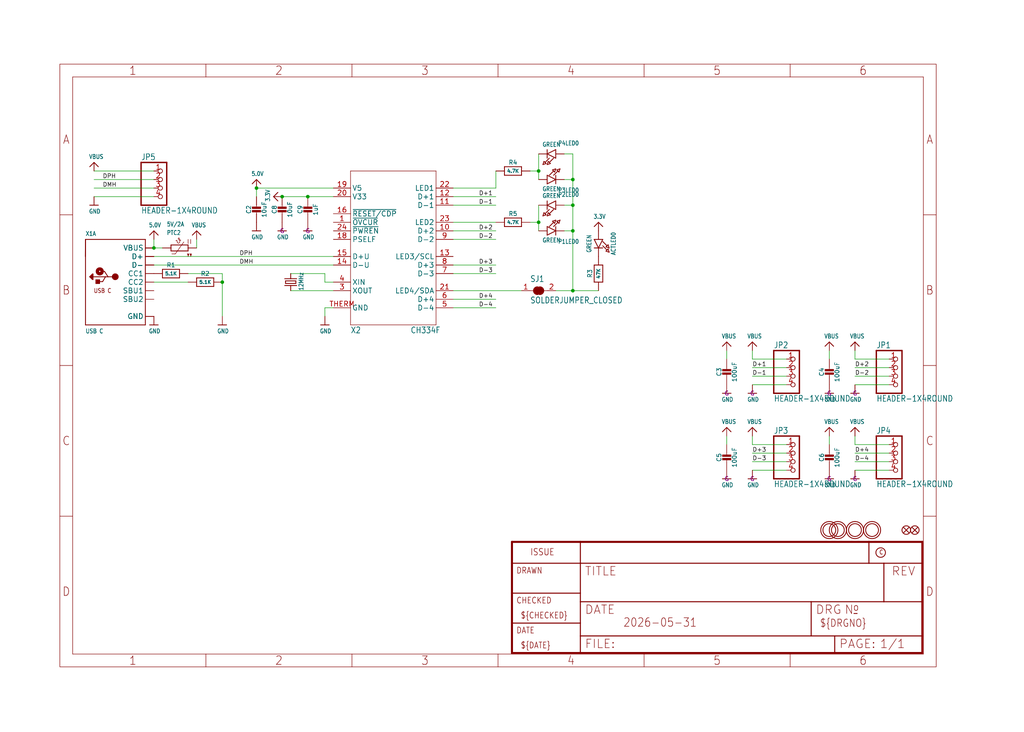
<source format=kicad_sch>
(kicad_sch (version 20250114) (generator "eeschema") (generator_version "9.0")
  (paper "User" 304.216 217.526)
  (lib_symbols
    (symbol "Adafruit CH334F Mini 4-Port USB Hub Breakout-eagle-import:3.3V" (power)
      (symbol "3.3V_1_0"
        (polyline (pts (xy -1.27 -1.27) (xy 0 0)) (stroke (width 0.254)))
        (polyline (pts (xy 0 0) (xy 1.27 -1.27)) (stroke (width 0.254)))
        (pin power_in line (at 0 -2.54 90) (length 2.54) (name "3.3V") (number "1"))
      )
    )
    (symbol "Adafruit CH334F Mini 4-Port USB Hub Breakout-eagle-import:5.0V" (power)
      (symbol "5.0V_1_0"
        (polyline (pts (xy -1.27 -1.27) (xy 0 0)) (stroke (width 0.254)))
        (polyline (pts (xy 0 0) (xy 1.27 -1.27)) (stroke (width 0.254)))
        (pin power_in line (at 0 -2.54 90) (length 2.54) (name "5.0V") (number "1"))
      )
    )
    (symbol "Adafruit CH334F Mini 4-Port USB Hub Breakout-eagle-import:CAP_CERAMIC0603_NO"
      (property "Reference" "C" (at -2.29 1.25 90))
      (symbol "CAP_CERAMIC0603_NO_1_0"
        (rectangle (start -1.27 1.524) (end 1.27 2.032) (fill (type outline)))
        (rectangle (start -1.27 0.508) (end 1.27 1.016) (fill (type outline)))
        (polyline (pts (xy 0 2.54) (xy 0 1.778)) (stroke (width 0.1524)))
        (polyline (pts (xy 0 0.762) (xy 0 0)) (stroke (width 0.1524)))
        (pin passive line (at 0 5.08 270) (length 2.54) (name "1") (number "1"))
        (pin passive line (at 0 -2.54 90) (length 2.54) (name "2") (number "2"))
      )
    )
    (symbol "Adafruit CH334F Mini 4-Port USB Hub Breakout-eagle-import:CAP_CERAMIC0805-NOOUTLINE"
      (property "Reference" "C" (at -2.29 1.25 90))
      (symbol "CAP_CERAMIC0805-NOOUTLINE_1_0"
        (rectangle (start -1.27 1.524) (end 1.27 2.032) (fill (type outline)))
        (rectangle (start -1.27 0.508) (end 1.27 1.016) (fill (type outline)))
        (polyline (pts (xy 0 2.54) (xy 0 1.778)) (stroke (width 0.1524)))
        (polyline (pts (xy 0 0.762) (xy 0 0)) (stroke (width 0.1524)))
        (pin passive line (at 0 5.08 270) (length 2.54) (name "1") (number "1"))
        (pin passive line (at 0 -2.54 90) (length 2.54) (name "2") (number "2"))
      )
    )
    (symbol "Adafruit CH334F Mini 4-Port USB Hub Breakout-eagle-import:CAP_CERAMIC_1206"
      (property "Reference" "C" (at -2.29 1.25 90))
      (symbol "CAP_CERAMIC_1206_1_0"
        (rectangle (start -1.27 1.524) (end 1.27 2.032) (fill (type outline)))
        (rectangle (start -1.27 0.508) (end 1.27 1.016) (fill (type outline)))
        (polyline (pts (xy 0 2.54) (xy 0 1.778)) (stroke (width 0.1524)))
        (polyline (pts (xy 0 0.762) (xy 0 0)) (stroke (width 0.1524)))
        (pin passive line (at 0 5.08 270) (length 2.54) (name "1") (number "1"))
        (pin passive line (at 0 -2.54 90) (length 2.54) (name "2") (number "2"))
      )
    )
    (symbol "Adafruit CH334F Mini 4-Port USB Hub Breakout-eagle-import:CH334F"
      (property "Reference" "X" (at -12.7 -25.4 0))
      (symbol "CH334F_1_0"
        (polyline (pts (xy -12.7 22.86) (xy -12.7 -22.86)) (stroke (width 0.1524)))
        (polyline (pts (xy -12.7 -22.86) (xy 12.7 -22.86)) (stroke (width 0.1524)))
        (polyline (pts (xy 12.7 22.86) (xy -12.7 22.86)) (stroke (width 0.1524)))
        (polyline (pts (xy 12.7 -22.86) (xy 12.7 22.86)) (stroke (width 0.1524)))
        (pin power_in line (at -17.78 17.78 0) (length 5.08) (name "V5") (number "19"))
        (pin power_in line (at -17.78 15.24 0) (length 5.08) (name "V33") (number "20"))
        (pin input line (at -17.78 10.16 0) (length 5.08) (name "~{RESET/CDP}") (number "16"))
        (pin input line (at -17.78 7.62 0) (length 5.08) (name "~{OVCUR}") (number "1"))
        (pin output line (at -17.78 5.08 0) (length 5.08) (name "~{PWREN}") (number "24"))
        (pin input line (at -17.78 2.54 0) (length 5.08) (name "PSELF") (number "18"))
        (pin bidirectional line (at -17.78 -2.54 0) (length 5.08) (name "D+U") (number "15"))
        (pin bidirectional line (at -17.78 -5.08 0) (length 5.08) (name "D-U") (number "14"))
        (pin input line (at -17.78 -10.16 0) (length 5.08) (name "XIN") (number "4"))
        (pin output line (at -17.78 -12.7 0) (length 5.08) (name "XOUT") (number "3"))
        (pin power_in line (at -17.78 -17.78 0) (length 5.08) (name "GND") (number "THERM"))
        (pin bidirectional line (at 17.78 17.78 180) (length 5.08) (name "LED1") (number "22"))
        (pin bidirectional line (at 17.78 15.24 180) (length 5.08) (name "D+1") (number "12"))
        (pin bidirectional line (at 17.78 12.7 180) (length 5.08) (name "D-1") (number "11"))
        (pin bidirectional line (at 17.78 7.62 180) (length 5.08) (name "LED2") (number "23"))
        (pin bidirectional line (at 17.78 5.08 180) (length 5.08) (name "D+2") (number "10"))
        (pin bidirectional line (at 17.78 2.54 180) (length 5.08) (name "D-2") (number "9"))
        (pin bidirectional line (at 17.78 -2.54 180) (length 5.08) (name "LED3/SCL") (number "13"))
        (pin bidirectional line (at 17.78 -5.08 180) (length 5.08) (name "D+3") (number "8"))
        (pin bidirectional line (at 17.78 -7.62 180) (length 5.08) (name "D-3") (number "7"))
        (pin bidirectional line (at 17.78 -12.7 180) (length 5.08) (name "LED4/SDA") (number "21"))
        (pin bidirectional line (at 17.78 -15.24 180) (length 5.08) (name "D+4") (number "6"))
        (pin bidirectional line (at 17.78 -17.78 180) (length 5.08) (name "D-4") (number "5"))
      )
    )
    (symbol "Adafruit CH334F Mini 4-Port USB Hub Breakout-eagle-import:CRYSTAL2.5X2.0"
      (property "Reference" "Y" (at -2.54 2.54 0))
      (symbol "CRYSTAL2.5X2.0_1_0"
        (polyline (pts (xy -2.54 0) (xy -1.016 0)) (stroke (width 0.254)))
        (polyline (pts (xy -1.016 1.778) (xy -1.016 0)) (stroke (width 0.254)))
        (polyline (pts (xy -1.016 0) (xy -1.016 -1.778)) (stroke (width 0.254)))
        (polyline (pts (xy -0.381 1.524) (xy -0.381 -1.524)) (stroke (width 0.254)))
        (polyline (pts (xy -0.381 -1.524) (xy 0.381 -1.524)) (stroke (width 0.254)))
        (polyline (pts (xy 0.381 1.524) (xy -0.381 1.524)) (stroke (width 0.254)))
        (polyline (pts (xy 0.381 -1.524) (xy 0.381 1.524)) (stroke (width 0.254)))
        (polyline (pts (xy 1.016 1.778) (xy 1.016 0)) (stroke (width 0.254)))
        (polyline (pts (xy 1.016 0) (xy 1.016 -1.778)) (stroke (width 0.254)))
        (polyline (pts (xy 2.54 0) (xy 1.016 0)) (stroke (width 0.254)))
        (pin passive line (at -2.54 0 0) (length 0) (name "1") (number "1"))
        (pin passive line (at 2.54 0 180) (length 0) (name "2") (number "3"))
      )
    )
    (symbol "Adafruit CH334F Mini 4-Port USB Hub Breakout-eagle-import:FIDUCIAL_0.5MM"
      (symbol "FIDUCIAL_0.5MM_1_0"
        (polyline (pts (xy -0.762 0.762) (xy 0.762 -0.762)) (stroke (width 0.254)))
        (circle (center 0 0) (radius 1.27) (stroke (width 0.254)))
        (polyline (pts (xy 0.762 0.762) (xy -0.762 -0.762)) (stroke (width 0.254)))
      )
    )
    (symbol "Adafruit CH334F Mini 4-Port USB Hub Breakout-eagle-import:FRAME_A4"
      (symbol "FRAME_A4_1_0"
        (polyline (pts (xy 0 179.07) (xy 260.35 179.07) (xy 260.35 0) (xy 0 0) (xy 0 179.07)))
        (polyline (pts (xy 0 134.3025) (xy 3.81 134.3025)))
        (polyline (pts (xy 0 89.535) (xy 3.81 89.535)))
        (polyline (pts (xy 0 44.7675) (xy 3.81 44.7675)))
        (polyline (pts (xy 3.81 175.26) (xy 3.81 3.81)))
        (polyline (pts (xy 43.3917 179.07) (xy 43.3917 175.26)))
        (polyline (pts (xy 43.3917 3.81) (xy 43.3917 0)))
        (polyline (pts (xy 86.7833 179.07) (xy 86.7833 175.26)))
        (polyline (pts (xy 86.7833 3.81) (xy 86.7833 0)))
        (polyline (pts (xy 130.175 179.07) (xy 130.175 175.26)))
        (polyline (pts (xy 130.175 3.81) (xy 130.175 0)))
        (polyline (pts (xy 173.5667 179.07) (xy 173.5667 175.26)))
        (polyline (pts (xy 173.5667 3.81) (xy 173.5667 0)))
        (polyline (pts (xy 216.9583 179.07) (xy 216.9583 175.26)))
        (polyline (pts (xy 216.9583 3.81) (xy 216.9583 0)))
        (polyline (pts (xy 256.54 175.26) (xy 3.81 175.26)))
        (polyline (pts (xy 256.54 175.26) (xy 256.54 3.81)))
        (polyline (pts (xy 256.54 134.3025) (xy 260.35 134.3025)))
        (polyline (pts (xy 256.54 89.535) (xy 260.35 89.535)))
        (polyline (pts (xy 256.54 44.7675) (xy 260.35 44.7675)))
        (polyline (pts (xy 256.54 19.05) (xy 256.54 36.83)) (stroke (width 0.1016)))
        (polyline (pts (xy 256.54 13.97) (xy 256.54 19.05)) (stroke (width 0.1016)))
        (polyline (pts (xy 256.54 8.89) (xy 256.54 13.97)) (stroke (width 0.1016)))
        (polyline (pts (xy 256.54 3.81) (xy 3.81 3.81)))
        (polyline (pts (xy 256.54 3.81) (xy 256.54 8.89)) (stroke (width 0.1016)))
        (text "A" (at 1.905 156.6863 0) (effects (font (size 2.54 2.286))))
        (text "B" (at 1.905 111.9188 0) (effects (font (size 2.54 2.286))))
        (text "C" (at 1.905 67.1513 0) (effects (font (size 2.54 2.286))))
        (text "D" (at 1.905 22.3838 0) (effects (font (size 2.54 2.286))))
        (text "1" (at 21.6958 177.165 0) (effects (font (size 2.54 2.286))))
        (text "1" (at 21.6958 1.905 0) (effects (font (size 2.54 2.286))))
        (text "2" (at 65.0875 177.165 0) (effects (font (size 2.54 2.286))))
        (text "2" (at 65.0875 1.905 0) (effects (font (size 2.54 2.286))))
        (text "3" (at 108.4792 177.165 0) (effects (font (size 2.54 2.286))))
        (text "3" (at 108.4792 1.905 0) (effects (font (size 2.54 2.286))))
        (text "4" (at 151.8708 177.165 0) (effects (font (size 2.54 2.286))))
        (text "4" (at 151.8708 1.905 0) (effects (font (size 2.54 2.286))))
        (text "5" (at 195.2625 177.165 0) (effects (font (size 2.54 2.286))))
        (text "5" (at 195.2625 1.905 0) (effects (font (size 2.54 2.286))))
        (text "6" (at 238.6542 177.165 0) (effects (font (size 2.54 2.286))))
        (text "6" (at 238.6542 1.905 0) (effects (font (size 2.54 2.286))))
        (text "A" (at 258.445 156.6863 0) (effects (font (size 2.54 2.286))))
        (text "B" (at 258.445 111.9188 0) (effects (font (size 2.54 2.286))))
        (text "C" (at 258.445 67.1513 0) (effects (font (size 2.54 2.286))))
        (text "D" (at 258.445 22.3838 0) (effects (font (size 2.54 2.286))))
      )
      (symbol "FRAME_A4_2_0"
        (polyline (pts (xy -0.3048 34.5948) (xy -0.3048 28.2448)) (stroke (width 0.6096)))
        (polyline (pts (xy -0.3048 28.2448) (xy -0.3048 19.3548)) (stroke (width 0.6096)))
        (polyline (pts (xy -0.3048 28.2448) (xy 20.0152 28.2448)) (stroke (width 0.3048)))
        (polyline (pts (xy -0.3048 19.3548) (xy -0.3048 10.4648)) (stroke (width 0.6096)))
        (polyline (pts (xy -0.3048 19.3548) (xy 20.0152 19.3548)) (stroke (width 0.3048)))
        (polyline (pts (xy -0.3048 10.4648) (xy -0.3048 1.5748)) (stroke (width 0.6096)))
        (polyline (pts (xy -0.3048 10.4648) (xy 20.0152 10.4648)) (stroke (width 0.3048)))
        (polyline (pts (xy -0.3048 1.5748) (xy 20.0152 1.5748)) (stroke (width 0.6096)))
        (polyline (pts (xy 20.0152 34.5948) (xy -0.3048 34.5948)) (stroke (width 0.6096)))
        (polyline (pts (xy 20.0152 28.2448) (xy 20.0152 34.5948)) (stroke (width 0.3048)))
        (polyline (pts (xy 20.0152 28.2448) (xy 105.7402 28.2448)) (stroke (width 0.3048)))
        (polyline (pts (xy 20.0152 19.3548) (xy 20.0152 28.2448)) (stroke (width 0.3048)))
        (polyline (pts (xy 20.0152 16.8148) (xy 20.0152 19.3548)) (stroke (width 0.3048)))
        (polyline (pts (xy 20.0152 10.4648) (xy 20.0152 16.8148)) (stroke (width 0.3048)))
        (polyline (pts (xy 20.0152 6.6548) (xy 20.0152 10.4648)) (stroke (width 0.3048)))
        (polyline (pts (xy 20.0152 6.6548) (xy 88.5952 6.6548)) (stroke (width 0.3048)))
        (polyline (pts (xy 20.0152 1.5748) (xy 20.0152 6.6548)) (stroke (width 0.3048)))
        (polyline (pts (xy 20.0152 1.5748) (xy 95.5802 1.5748)) (stroke (width 0.6096)))
        (polyline (pts (xy 88.5952 16.8148) (xy 20.0152 16.8148)) (stroke (width 0.3048)))
        (polyline (pts (xy 88.5952 16.8148) (xy 88.5952 6.6548)) (stroke (width 0.3048)))
        (polyline (pts (xy 88.5952 6.6548) (xy 95.5802 6.6548)) (stroke (width 0.3048)))
        (polyline (pts (xy 95.5802 6.6548) (xy 95.5802 1.5748)) (stroke (width 0.3048)))
        (polyline (pts (xy 95.5802 6.6548) (xy 121.6152 6.6548)) (stroke (width 0.3048)))
        (polyline (pts (xy 95.5802 1.5748) (xy 121.6152 1.5748)) (stroke (width 0.6096)))
        (polyline (pts (xy 101.2952 13.3223) (xy 102.2477 13.3223)) (stroke (width 0.254)))
        (polyline (pts (xy 105.7402 34.5948) (xy 20.0152 34.5948)) (stroke (width 0.6096)))
        (polyline (pts (xy 105.7402 28.2448) (xy 105.7402 34.5948)) (stroke (width 0.3048)))
        (polyline (pts (xy 105.7402 28.2448) (xy 110.1852 28.2448)) (stroke (width 0.3048)))
        (circle (center 109.2327 31.4198) (radius 1.4199) (stroke (width 0.254)))
        (polyline (pts (xy 110.1852 28.2448) (xy 110.1852 16.8148)) (stroke (width 0.3048)))
        (polyline (pts (xy 110.1852 28.2448) (xy 121.6152 28.2448)) (stroke (width 0.3048)))
        (polyline (pts (xy 110.1852 16.8148) (xy 88.5952 16.8148)) (stroke (width 0.3048)))
        (polyline (pts (xy 121.6152 34.5948) (xy 105.7402 34.5948)) (stroke (width 0.6096)))
        (polyline (pts (xy 121.6152 34.5948) (xy 121.6152 28.2448)) (stroke (width 0.6096)))
        (polyline (pts (xy 121.6152 28.2448) (xy 121.6152 16.8148)) (stroke (width 0.6096)))
        (polyline (pts (xy 121.6152 16.8148) (xy 110.1852 16.8148)) (stroke (width 0.3048)))
        (polyline (pts (xy 121.6152 16.8148) (xy 121.6152 6.6548)) (stroke (width 0.6096)))
        (polyline (pts (xy 121.6152 6.6548) (xy 121.6152 1.5748)) (stroke (width 0.6096)))
        (text "DRAWN" (at 0.9652 25.0698 0) (effects (font (size 1.778 1.5113)) (justify left bottom)))
        (text "CHECKED" (at 0.9652 16.1798 0) (effects (font (size 1.778 1.5113)) (justify left bottom)))
        (text "DATE" (at 0.9652 7.2898 0) (effects (font (size 1.778 1.5113)) (justify left bottom)))
        (text "${DRAWN}" (at 2.2352 20.6248 0) (effects (font (size 1.778 1.5113)) (justify left bottom)))
        (text "${CHECKED}" (at 2.2352 11.7348 0) (effects (font (size 1.778 1.5113)) (justify left bottom)))
        (text "${DATE}" (at 2.2352 2.8448 0) (effects (font (size 1.778 1.5113)) (justify left bottom)))
        (text "ISSUE" (at 5.0927 30.4673 0) (effects (font (size 1.9304 1.6408)) (justify left bottom)))
        (text "TITLE" (at 21.2852 24.4348 0) (effects (font (size 2.54 2.54)) (justify left bottom)))
        (text "DATE" (at 21.2852 13.0048 0) (effects (font (size 2.54 2.54)) (justify left bottom)))
        (text "FILE:" (at 21.2852 2.8448 0) (effects (font (size 2.54 2.54)) (justify left bottom)))
        (text "${COMPANY}" (at 23.349 29.6735 0) (effects (font (size 3.175 2.6987) (thickness 0.5397) (bold yes)) (justify left bottom)))
        (text "${CURRENT_DATE}" (at 32.7152 9.1948 0) (effects (font (size 2.54 2.159)) (justify left bottom)))
        (text "${PROJECTNAME}" (at 33.0327 2.8448 0) (effects (font (size 2.54 2.159)) (justify left bottom)))
        (text "DRG" (at 89.8652 13.0048 0) (effects (font (size 2.54 2.54)) (justify left bottom)))
        (text "${DRGNO}" (at 91.1352 9.1948 0) (effects (font (size 2.1844 1.8567)) (justify left bottom)))
        (text "PAGE:" (at 96.8502 2.8448 0) (effects (font (size 2.54 2.54)) (justify left bottom)))
        (text "N" (at 98.4377 13.0048 0) (effects (font (size 2.54 2.54)) (justify left bottom)))
        (text "o" (at 100.9777 13.9573 0) (effects (font (size 2.1844 1.8567)) (justify left bottom)))
        (text "C" (at 108.7564 30.7848 0) (effects (font (size 1.27 1.0795)) (justify left bottom)))
        (text "${#}/${##}" (at 108.9152 2.8448 0) (effects (font (size 2.54 2.54)) (justify left bottom)))
        (text "${YEAR}" (at 112.4077 30.4673 0) (effects (font (size 1.778 1.5113)) (justify left bottom)))
        (text "REV" (at 112.4077 24.4348 0) (effects (font (size 2.54 2.54)) (justify left bottom)))
        (text "${REV}" (at 113.9952 18.7198 0) (effects (font (size 3.81 3.2385)) (justify left bottom)))
      )
    )
    (symbol "Adafruit CH334F Mini 4-Port USB Hub Breakout-eagle-import:GND" (power)
      (symbol "GND_1_0"
        (polyline (pts (xy -1.27 0) (xy 1.27 0)) (stroke (width 0.254)))
        (pin power_in line (at 0 2.54 270) (length 2.54) (name "GND") (number "1"))
      )
    )
    (symbol "Adafruit CH334F Mini 4-Port USB Hub Breakout-eagle-import:HEADER-1X4ROUND"
      (property "Reference" "JP" (at -6.35 8.255 0))
      (symbol "HEADER-1X4ROUND_1_0"
        (polyline (pts (xy -6.35 7.62) (xy -6.35 -5.08)) (stroke (width 0.4064)))
        (polyline (pts (xy -6.35 -5.08) (xy 1.27 -5.08)) (stroke (width 0.4064)))
        (polyline (pts (xy 1.27 7.62) (xy -6.35 7.62)) (stroke (width 0.4064)))
        (polyline (pts (xy 1.27 -5.08) (xy 1.27 7.62)) (stroke (width 0.4064)))
        (pin passive inverted (at -2.54 5.08 0) (length 2.54) (name "1") (number "1"))
        (pin passive inverted (at -2.54 2.54 0) (length 2.54) (name "2") (number "2"))
        (pin passive inverted (at -2.54 0 0) (length 2.54) (name "3") (number "3"))
        (pin passive inverted (at -2.54 -2.54 0) (length 2.54) (name "4") (number "4"))
      )
    )
    (symbol "Adafruit CH334F Mini 4-Port USB Hub Breakout-eagle-import:LED0603_NOOUTLINE"
      (property "Reference" "D" (at -1.27 4.445 0))
      (symbol "LED0603_NOOUTLINE_1_0"
        (polyline (pts (xy -2.54 1.27) (xy -2.54 -1.27)) (stroke (width 0.254)))
        (polyline (pts (xy -2.54 -1.27) (xy 0 0)) (stroke (width 0.254)))
        (polyline (pts (xy -1.905 1.27) (xy -0.635 2.54)) (stroke (width 0.254)))
        (polyline (pts (xy -0.9525 2.8575) (xy -0.3175 2.2225)) (stroke (width 0.254)))
        (polyline (pts (xy -0.635 1.27) (xy 0.635 2.54)) (stroke (width 0.254)))
        (polyline (pts (xy -0.3175 2.2225) (xy 0 3.175)) (stroke (width 0.254)))
        (polyline (pts (xy 0 3.175) (xy -0.9525 2.8575)) (stroke (width 0.254)))
        (polyline (pts (xy 0 1.27) (xy 0 0)) (stroke (width 0.254)))
        (polyline (pts (xy 0 0) (xy -2.54 1.27)) (stroke (width 0.254)))
        (polyline (pts (xy 0 0) (xy 0 -1.27)) (stroke (width 0.254)))
        (polyline (pts (xy 0.3175 2.8575) (xy 0.9525 2.2225)) (stroke (width 0.254)))
        (polyline (pts (xy 0.9525 2.2225) (xy 1.27 3.175)) (stroke (width 0.254)))
        (polyline (pts (xy 1.27 3.175) (xy 0.3175 2.8575)) (stroke (width 0.254)))
        (pin passive line (at -5.08 0 0) (length 2.54) (name "A") (number "A"))
        (pin passive line (at 2.54 0 180) (length 2.54) (name "C") (number "C"))
      )
    )
    (symbol "Adafruit CH334F Mini 4-Port USB Hub Breakout-eagle-import:MOUNTINGHOLE2.5"
      (symbol "MOUNTINGHOLE2.5_1_0"
        (circle (center 0 0) (radius 1.905) (stroke (width 0.254)))
        (circle (center 0 0) (radius 2.54) (stroke (width 0.254)))
      )
    )
    (symbol "Adafruit CH334F Mini 4-Port USB Hub Breakout-eagle-import:PTC_0805"
      (property "Reference" "PTC" (at -3.81 3.81 0))
      (symbol "PTC_0805_1_0"
        (polyline (pts (xy -2.54 0.889) (xy -2.54 -0.889)) (stroke (width 0.254)))
        (polyline (pts (xy -2.54 -0.889) (xy 2.54 -0.889)) (stroke (width 0.254)))
        (polyline (pts (xy -1.27 -1.778) (xy -2.286 -1.778)) (stroke (width 0.1524)))
        (arc (start -0.1271 2.9209) (mid 0.1132 2.2464) (end -0.0508 1.5494) (stroke (width 0.1524)))
        (arc (start -1.0668 2.1336) (mid -0.9236 2.2564) (end -0.762 2.159) (stroke (width 0.1524)))
        (arc (start -0.0508 1.5494) (mid -0.3771 1.4038) (end -0.635 1.651) (stroke (width 0.1524)))
        (arc (start -0.3809 2.7938) (mid -0.2982 2.9458) (end -0.127 2.921) (stroke (width 0.1524)))
        (arc (start 0.3808 2.2859) (mid -0.1188 2.362) (end -0.381 2.794) (stroke (width 0.1524)))
        (arc (start -0.635 1.651) (mid -0.7166 1.9005) (end -0.762 2.159) (stroke (width 0.1524)))
        (polyline (pts (xy 1.27 1.778) (xy -1.27 -1.778)) (stroke (width 0.1524)))
        (polyline (pts (xy 2.54 2.54) (xy 2.54 1.27)) (stroke (width 0.1524)))
        (polyline (pts (xy 2.54 0.889) (xy -2.54 0.889)) (stroke (width 0.254)))
        (polyline (pts (xy 2.54 0.889) (xy 2.54 -0.889)) (stroke (width 0.254)))
        (polyline (pts (xy 2.54 -2.54) (xy 2.794 -1.778) (xy 2.286 -1.778)) (stroke (width 0.1524)) (fill (type outline)))
        (polyline (pts (xy 3.302 2.54) (xy 3.302 1.27)) (stroke (width 0.1524)))
        (polyline (pts (xy 3.302 -2.54) (xy 3.556 -1.778) (xy 3.048 -1.778)) (stroke (width 0.1524)) (fill (type outline)))
        (pin passive line (at -5.08 0 0) (length 2.54) (name "2") (number "2"))
        (pin passive line (at 5.08 0 180) (length 2.54) (name "1") (number "1"))
      )
    )
    (symbol "Adafruit CH334F Mini 4-Port USB Hub Breakout-eagle-import:RESISTOR_0603_NOOUT"
      (property "Reference" "R" (at 0 2.54 0))
      (symbol "RESISTOR_0603_NOOUT_1_0"
        (polyline (pts (xy -2.54 1.27) (xy 2.54 1.27)) (stroke (width 0.254)))
        (polyline (pts (xy -2.54 -1.27) (xy -2.54 1.27)) (stroke (width 0.254)))
        (polyline (pts (xy 2.54 1.27) (xy 2.54 -1.27)) (stroke (width 0.254)))
        (polyline (pts (xy 2.54 -1.27) (xy -2.54 -1.27)) (stroke (width 0.254)))
        (pin passive line (at -5.08 0 0) (length 2.54) (name "1") (number "1"))
        (pin passive line (at 5.08 0 180) (length 2.54) (name "2") (number "2"))
      )
    )
    (symbol "Adafruit CH334F Mini 4-Port USB Hub Breakout-eagle-import:SOLDERJUMPER_CLOSED"
      (property "Reference" "SJ" (at -2.54 2.54 0))
      (symbol "SOLDERJUMPER_CLOSED_1_0"
        (polyline (pts (xy -2.54 0) (xy -1.651 0)) (stroke (width 0.1524)))
        (polyline (pts (xy -0.635 0) (xy 0.635 0)) (stroke (width 0.4064)))
        (arc (start -0.381 -0.635) (mid -1.0159 0.0001) (end -0.3808 0.635) (stroke (width 1.27)))
        (arc (start 0.381 0.635) (mid 1.0159 -0.0001) (end 0.3808 -0.635) (stroke (width 1.27)))
        (polyline (pts (xy 2.54 0) (xy 1.651 0)) (stroke (width 0.1524)))
        (pin passive line (at -5.08 0 0) (length 2.54) (name "1") (number "1"))
        (pin passive line (at 5.08 0 180) (length 2.54) (name "2") (number "2"))
      )
    )
    (symbol "Adafruit CH334F Mini 4-Port USB Hub Breakout-eagle-import:USB_C"
      (symbol "USB_C_1_0"
        (polyline (pts (xy -10.2 7.62) (xy -10.16 12.7)) (stroke (width 0.254)))
        (polyline (pts (xy -10.16 12.7) (xy -10.16 -12.7)) (stroke (width 0.254)))
        (polyline (pts (xy -10.16 12.7) (xy 7.62 12.7)) (stroke (width 0.254)))
        (polyline (pts (xy -10.16 -12.7) (xy 7.62 -12.7)) (stroke (width 0.254)))
        (polyline (pts (xy -8.92 1.6) (xy -8.12 2.4)) (stroke (width 0.254)))
        (polyline (pts (xy -8.52 1.6) (xy -8.52 1.4)) (stroke (width 0.254)))
        (polyline (pts (xy -8.52 1.4) (xy -8.32 1.2)) (stroke (width 0.254)))
        (polyline (pts (xy -8.32 2) (xy -8.72 1.6)) (stroke (width 0.254)))
        (polyline (pts (xy -8.32 1.2) (xy -8.32 2)) (stroke (width 0.254)))
        (polyline (pts (xy -8.12 2.4) (xy -7.92 2.4)) (stroke (width 0.254)))
        (polyline (pts (xy -8.12 1) (xy -8.12 2.4)) (stroke (width 0.254)))
        (polyline (pts (xy -8.12 0.8) (xy -8.92 1.6)) (stroke (width 0.254)))
        (polyline (pts (xy -7.92 2.4) (xy -7.92 1.6)) (stroke (width 0.254)))
        (polyline (pts (xy -7.92 1.6) (xy -7.92 0.8)) (stroke (width 0.254)))
        (polyline (pts (xy -7.92 0.8) (xy -8.12 0.8)) (stroke (width 0.254)))
        (rectangle (start -7.12 -0.45) (end -5.92 0.75) (fill (type outline)))
        (polyline (pts (xy -6.27 0.15) (xy -5.07 0.15)) (stroke (width 0.254)))
        (circle (center -5.92 3.2) (radius 0.2) (stroke (width 1)))
        (polyline (pts (xy -5.52 3.2) (xy -4.52 3.2)) (stroke (width 0.254)))
        (polyline (pts (xy -5.07 0.15) (xy -4.22 1.6)) (stroke (width 0.254)))
        (polyline (pts (xy -4.52 3.2) (xy -3.47 1.6)) (stroke (width 0.254)))
        (polyline (pts (xy -4.22 1.6) (xy -7.92 1.6)) (stroke (width 0.254)))
        (polyline (pts (xy -3.47 1.6) (xy -4.22 1.6)) (stroke (width 0.254)))
        (circle (center -1.32 1.6) (radius 0.5) (stroke (width 1)))
        (polyline (pts (xy -1.32 1.6) (xy -3.47 1.6)) (stroke (width 0.254)))
        (polyline (pts (xy 7.62 12.7) (xy 7.62 -12.7)) (stroke (width 0.254)))
        (text "USB C" (at -5.08 -2.54 0) (effects (font (size 1.27 1.0795))))
        (pin power_in line (at 10.16 10.16 180) (length 2.54) (name "VBUS") (number "A4B9"))
        (pin power_in line (at 10.16 10.16 180) (length 2.54) (name "VBUS") (number "B4A9"))
        (pin bidirectional line (at 10.16 7.62 180) (length 2.54) (name "D+") (number "A6"))
        (pin bidirectional line (at 10.16 7.62 180) (length 2.54) (name "D+") (number "B6"))
        (pin bidirectional line (at 10.16 5.08 180) (length 2.54) (name "D-") (number "A7"))
        (pin bidirectional line (at 10.16 5.08 180) (length 2.54) (name "D-") (number "B7"))
        (pin bidirectional line (at 10.16 2.54 180) (length 2.54) (name "CC1") (number "A5"))
        (pin bidirectional line (at 10.16 0 180) (length 2.54) (name "CC2") (number "B5"))
        (pin bidirectional line (at 10.16 -2.54 180) (length 2.54) (name "SBU1") (number "A8"))
        (pin bidirectional line (at 10.16 -5.08 180) (length 2.54) (name "SBU2") (number "B8"))
        (pin power_in line (at 10.16 -10.16 180) (length 2.54) (name "GND") (number "A1B12"))
        (pin power_in line (at 10.16 -10.16 180) (length 2.54) (name "GND") (number "B1A12"))
      )
      (symbol "USB_C_2_0"
        (pin bidirectional line (at 0 0 0) (length 5.08) (name "MT") (number "M1"))
        (pin bidirectional line (at 0 0 0) (length 5.08) (name "MT") (number "M2"))
        (pin bidirectional line (at 0 0 0) (length 5.08) (name "MT") (number "M3"))
        (pin bidirectional line (at 0 0 0) (length 5.08) (name "MT") (number "M4"))
      )
    )
    (symbol "Adafruit CH334F Mini 4-Port USB Hub Breakout-eagle-import:VBUS" (power)
      (symbol "VBUS_1_0"
        (polyline (pts (xy -1.27 -1.27) (xy 0 0)) (stroke (width 0.254)))
        (polyline (pts (xy 0 0) (xy 1.27 -1.27)) (stroke (width 0.254)))
        (pin power_in line (at 0 -2.54 90) (length 2.54) (name "VBUS") (number "1"))
      )
    )
  )
  (junction (at 45.72 73.66))
  (junction (at 160.02 50.8))
  (junction (at 83.82 58.42))
  (junction (at 66.04 83.82))
  (junction (at 170.18 53.34))
  (junction (at 91.44 58.42))
  (junction (at 76.2 55.88))
  (junction (at 160.02 66.04))
  (junction (at 170.18 60.96))
  (junction (at 170.18 86.36))
  (junction (at 170.18 68.58))
  (wire (pts (xy 223.52 109.22) (xy 233.68 109.22)) (stroke (width 0.1524)))
  (wire (pts (xy 170.18 68.58) (xy 170.18 86.36)) (stroke (width 0.1524)))
  (wire (pts (xy 45.72 83.82) (xy 55.88 83.82)) (stroke (width 0.1524)))
  (wire (pts (xy 233.68 132.08) (xy 223.52 132.08)) (stroke (width 0.1524)))
  (wire (pts (xy 99.06 91.44) (xy 96.52 91.44)) (stroke (width 0.1524)))
  (wire (pts (xy 170.18 45.72) (xy 170.18 53.34)) (stroke (width 0.1524)))
  (wire (pts (xy 96.52 91.44) (xy 96.52 93.98)) (stroke (width 0.1524)))
  (wire (pts (xy 264.16 106.68) (xy 254 106.68)) (stroke (width 0.1524)))
  (wire (pts (xy 66.04 83.82) (xy 66.04 93.98)) (stroke (width 0.1524)))
  (wire (pts (xy 215.9 129.54) (xy 215.9 132.08)) (stroke (width 0.1524)))
  (wire (pts (xy 27.94 53.34) (xy 45.72 53.34)) (stroke (width 0.1524)))
  (wire (pts (xy 223.52 132.08) (xy 223.52 129.54)) (stroke (width 0.1524)))
  (wire (pts (xy 134.62 55.88) (xy 147.32 55.88)) (stroke (width 0.1524)))
  (wire (pts (xy 170.18 68.58) (xy 167.64 68.58)) (stroke (width 0.1524)))
  (wire (pts (xy 147.32 60.96) (xy 134.62 60.96)) (stroke (width 0.1524)))
  (wire (pts (xy 134.62 66.04) (xy 147.32 66.04)) (stroke (width 0.1524)))
  (wire (pts (xy 86.36 86.36) (xy 99.06 86.36)) (stroke (width 0.1524)))
  (wire (pts (xy 27.94 58.42) (xy 45.72 58.42)) (stroke (width 0.1524)))
  (wire (pts (xy 76.2 55.88) (xy 76.2 58.42)) (stroke (width 0.1524)))
  (wire (pts (xy 223.52 134.62) (xy 233.68 134.62)) (stroke (width 0.1524)))
  (wire (pts (xy 167.64 45.72) (xy 170.18 45.72)) (stroke (width 0.1524)))
  (wire (pts (xy 157.48 66.04) (xy 160.02 66.04)) (stroke (width 0.1524)))
  (wire (pts (xy 48.26 73.66) (xy 45.72 73.66)) (stroke (width 0.1524)))
  (wire (pts (xy 264.16 139.7) (xy 254 139.7)) (stroke (width 0.1524)))
  (wire (pts (xy 233.68 139.7) (xy 223.52 139.7)) (stroke (width 0.1524)))
  (wire (pts (xy 215.9 104.14) (xy 215.9 106.68)) (stroke (width 0.1524)))
  (wire (pts (xy 66.04 81.28) (xy 66.04 83.82)) (stroke (width 0.1524)))
  (wire (pts (xy 96.52 83.82) (xy 99.06 83.82)) (stroke (width 0.1524)))
  (wire (pts (xy 147.32 78.74) (xy 134.62 78.74)) (stroke (width 0.1524)))
  (wire (pts (xy 160.02 66.04) (xy 160.02 68.58)) (stroke (width 0.1524)))
  (wire (pts (xy 254 137.16) (xy 264.16 137.16)) (stroke (width 0.1524)))
  (wire (pts (xy 147.32 55.88) (xy 147.32 50.8)) (stroke (width 0.1524)))
  (wire (pts (xy 170.18 53.34) (xy 167.64 53.34)) (stroke (width 0.1524)))
  (wire (pts (xy 134.62 81.28) (xy 147.32 81.28)) (stroke (width 0.1524)))
  (wire (pts (xy 223.52 137.16) (xy 233.68 137.16)) (stroke (width 0.1524)))
  (wire (pts (xy 254 132.08) (xy 254 129.54)) (stroke (width 0.1524)))
  (wire (pts (xy 134.62 86.36) (xy 154.94 86.36)) (stroke (width 0.1524)))
  (wire (pts (xy 254 111.76) (xy 264.16 111.76)) (stroke (width 0.1524)))
  (wire (pts (xy 264.16 114.3) (xy 254 114.3)) (stroke (width 0.1524)))
  (wire (pts (xy 134.62 58.42) (xy 147.32 58.42)) (stroke (width 0.1524)))
  (wire (pts (xy 160.02 50.8) (xy 160.02 53.34)) (stroke (width 0.1524)))
  (wire (pts (xy 170.18 86.36) (xy 177.8 86.36)) (stroke (width 0.1524)))
  (wire (pts (xy 45.72 76.2) (xy 99.06 76.2)) (stroke (width 0.1524)))
  (wire (pts (xy 246.38 104.14) (xy 246.38 106.68)) (stroke (width 0.1524)))
  (wire (pts (xy 165.1 86.36) (xy 170.18 86.36)) (stroke (width 0.1524)))
  (wire (pts (xy 246.38 129.54) (xy 246.38 132.08)) (stroke (width 0.1524)))
  (wire (pts (xy 147.32 88.9) (xy 134.62 88.9)) (stroke (width 0.1524)))
  (wire (pts (xy 170.18 53.34) (xy 170.18 60.96)) (stroke (width 0.1524)))
  (wire (pts (xy 233.68 114.3) (xy 223.52 114.3)) (stroke (width 0.1524)))
  (wire (pts (xy 223.52 106.68) (xy 223.52 104.14)) (stroke (width 0.1524)))
  (wire (pts (xy 160.02 60.96) (xy 160.02 66.04)) (stroke (width 0.1524)))
  (wire (pts (xy 45.72 50.8) (xy 27.94 50.8)) (stroke (width 0.1524)))
  (wire (pts (xy 160.02 45.72) (xy 160.02 50.8)) (stroke (width 0.1524)))
  (wire (pts (xy 96.52 81.28) (xy 96.52 83.82)) (stroke (width 0.1524)))
  (wire (pts (xy 170.18 60.96) (xy 170.18 68.58)) (stroke (width 0.1524)))
  (wire (pts (xy 91.44 58.42) (xy 83.82 58.42)) (stroke (width 0.1524)))
  (wire (pts (xy 45.72 73.66) (xy 45.72 71.12)) (stroke (width 0.1524)))
  (wire (pts (xy 167.64 60.96) (xy 170.18 60.96)) (stroke (width 0.1524)))
  (wire (pts (xy 45.72 55.88) (xy 27.94 55.88)) (stroke (width 0.1524)))
  (wire (pts (xy 254 109.22) (xy 264.16 109.22)) (stroke (width 0.1524)))
  (wire (pts (xy 254 134.62) (xy 264.16 134.62)) (stroke (width 0.1524)))
  (wire (pts (xy 99.06 55.88) (xy 76.2 55.88)) (stroke (width 0.1524)))
  (wire (pts (xy 58.42 71.12) (xy 58.42 73.66)) (stroke (width 0.1524)))
  (wire (pts (xy 86.36 81.28) (xy 96.52 81.28)) (stroke (width 0.1524)))
  (wire (pts (xy 99.06 58.42) (xy 91.44 58.42)) (stroke (width 0.1524)))
  (wire (pts (xy 134.62 68.58) (xy 147.32 68.58)) (stroke (width 0.1524)))
  (wire (pts (xy 264.16 132.08) (xy 254 132.08)) (stroke (width 0.1524)))
  (wire (pts (xy 254 106.68) (xy 254 104.14)) (stroke (width 0.1524)))
  (wire (pts (xy 134.62 91.44) (xy 147.32 91.44)) (stroke (width 0.1524)))
  (wire (pts (xy 55.88 81.28) (xy 66.04 81.28)) (stroke (width 0.1524)))
  (wire (pts (xy 45.72 78.74) (xy 99.06 78.74)) (stroke (width 0.1524)))
  (wire (pts (xy 134.62 71.12) (xy 147.32 71.12)) (stroke (width 0.1524)))
  (wire (pts (xy 223.52 111.76) (xy 233.68 111.76)) (stroke (width 0.1524)))
  (wire (pts (xy 233.68 106.68) (xy 223.52 106.68)) (stroke (width 0.1524)))
  (wire (pts (xy 157.48 50.8) (xy 160.02 50.8)) (stroke (width 0.1524)))
  (label "D-1" (at 142.24 60.96 0) (effects (font (size 1.2446 1.2446))))
  (label "D+4" (at 254 134.62 0) (effects (font (size 1.2446 1.2446))))
  (label "D+3" (at 223.52 134.62 0) (effects (font (size 1.2446 1.2446))))
  (label "D+3" (at 142.24 78.74 0) (effects (font (size 1.2446 1.2446))))
  (label "DPH" (at 71.12 76.2 0) (effects (font (size 1.2446 1.2446))))
  (label "D-4" (at 254 137.16 0) (effects (font (size 1.2446 1.2446))))
  (label "D+1" (at 142.24 58.42 0) (effects (font (size 1.2446 1.2446))))
  (label "D-3" (at 142.24 81.28 0) (effects (font (size 1.2446 1.2446))))
  (label "D-2" (at 254 111.76 0) (effects (font (size 1.2446 1.2446))))
  (label "D+2" (at 254 109.22 0) (effects (font (size 1.2446 1.2446))))
  (label "DMH" (at 71.12 78.74 0) (effects (font (size 1.2446 1.2446))))
  (label "DPH" (at 30.48 53.34 0) (effects (font (size 1.2446 1.2446))))
  (label "D+2" (at 142.24 68.58 0) (effects (font (size 1.2446 1.2446))))
  (label "D-3" (at 223.52 137.16 0) (effects (font (size 1.2446 1.2446))))
  (label "D-4" (at 142.24 91.44 0) (effects (font (size 1.2446 1.2446))))
  (label "D-2" (at 142.24 71.12 0) (effects (font (size 1.2446 1.2446))))
  (label "D+1" (at 223.52 109.22 0) (effects (font (size 1.2446 1.2446))))
  (label "D-1" (at 223.52 111.76 0) (effects (font (size 1.2446 1.2446))))
  (label "DMH" (at 30.48 55.88 0) (effects (font (size 1.2446 1.2446))))
  (label "D+4" (at 142.24 88.9 0) (effects (font (size 1.2446 1.2446))))
  (symbol (lib_id "Adafruit CH334F Mini 4-Port USB Hub Breakout-eagle-import:GND") (at 66.04 96.52 0) (unit 1)
    (property "Reference" "#U$27" (effects (hide yes)))
    (property "Value" "GND" (at 64.516 99.06 0) (effects (font (size 1.27 1.0795)) (justify left bottom)))
  )
  (symbol (lib_id "Adafruit CH334F Mini 4-Port USB Hub Breakout-eagle-import:RESISTOR_0603_NOOUT") (at 152.4 66.04 0) (unit 1)
    (property "Reference" "R5" (at 152.4 63.5 0))
    (property "Value" "4.7K" (at 152.4 66.04 0) (effects (font (size 1.016 1.016) (thickness 0.2032) (bold yes))))
    (property "Footprint" "Adafruit CH334F Mini 4-Port USB Hub Breakout:0603-NO" (effects (hide yes)))
  )
  (symbol (lib_id "Adafruit CH334F Mini 4-Port USB Hub Breakout-eagle-import:RESISTOR_0603_NOOUT") (at 152.4 50.8 0) (unit 1)
    (property "Reference" "R4" (at 152.4 48.26 0))
    (property "Value" "4.7K" (at 152.4 50.8 0) (effects (font (size 1.016 1.016) (thickness 0.2032) (bold yes))))
    (property "Footprint" "Adafruit CH334F Mini 4-Port USB Hub Breakout:0603-NO" (effects (hide yes)))
  )
  (symbol (lib_id "Adafruit CH334F Mini 4-Port USB Hub Breakout-eagle-import:GND") (at 27.94 60.96 0) (unit 1)
    (property "Reference" "#U$19" (effects (hide yes)))
    (property "Value" "GND" (at 26.416 63.5 0) (effects (font (size 1.27 1.0795)) (justify left bottom)))
  )
  (symbol (lib_id "Adafruit CH334F Mini 4-Port USB Hub Breakout-eagle-import:VBUS") (at 254 101.6 0) (unit 1)
    (property "Reference" "#U$8" (effects (hide yes)))
    (property "Value" "VBUS" (at 252.476 100.584 0) (effects (font (size 1.27 1.0795)) (justify left bottom)))
  )
  (symbol (lib_id "Adafruit CH334F Mini 4-Port USB Hub Breakout-eagle-import:GND") (at 223.52 142.24 0) (unit 1)
    (property "Reference" "#U$11" (effects (hide yes)))
    (property "Value" "GND" (at 221.996 144.78 0) (effects (font (size 1.27 1.0795)) (justify left bottom)))
    (property "SPICEPREFIX" "G" (at 223.52 142.24 0))
  )
  (symbol (lib_id "Adafruit CH334F Mini 4-Port USB Hub Breakout-eagle-import:VBUS") (at 223.52 101.6 0) (unit 1)
    (property "Reference" "#U$16" (effects (hide yes)))
    (property "Value" "VBUS" (at 221.996 100.584 0) (effects (font (size 1.27 1.0795)) (justify left bottom)))
  )
  (symbol (lib_id "Adafruit CH334F Mini 4-Port USB Hub Breakout-eagle-import:LED0603_NOOUTLINE") (at 162.56 45.72 180) (unit 1)
    (property "Reference" "P4LED0" (at 168.91 42.545 0) (effects (font (size 1.27 1.0795))))
    (property "Value" "GREEN" (at 163.83 42.926 0) (effects (font (size 1.27 1.0795))))
    (property "Footprint" "Adafruit CH334F Mini 4-Port USB Hub Breakout:CHIPLED_0603_NOOUTLINE" (effects (hide yes)))
  )
  (symbol (lib_id "Adafruit CH334F Mini 4-Port USB Hub Breakout-eagle-import:CH334F") (at 116.84 73.66 0) (unit 1)
    (property "Reference" "X2" (at 104.14 99.06 0) (effects (font (size 1.778 1.5113)) (justify left bottom)))
    (property "Value" "CH334F" (at 121.92 99.06 0) (effects (font (size 1.778 1.5113)) (justify left bottom)))
    (property "Footprint" "Adafruit CH334F Mini 4-Port USB Hub Breakout:QFN24_4MM" (effects (hide yes)))
  )
  (symbol (lib_id "Adafruit CH334F Mini 4-Port USB Hub Breakout-eagle-import:VBUS") (at 254 127 0) (unit 1)
    (property "Reference" "#U$21" (effects (hide yes)))
    (property "Value" "VBUS" (at 252.476 125.984 0) (effects (font (size 1.27 1.0795)) (justify left bottom)))
  )
  (symbol (lib_id "Adafruit CH334F Mini 4-Port USB Hub Breakout-eagle-import:CRYSTAL2.5X2.0") (at 86.36 83.82 90) (unit 1)
    (property "Reference" "Y1" (effects (hide yes)))
    (property "Value" "12MHz" (at 90.17 86.36 0) (effects (font (size 1.27 1.0795)) (justify left bottom)))
    (property "Footprint" "Adafruit CH334F Mini 4-Port USB Hub Breakout:CRYSTAL_2.5X2" (effects (hide yes)))
  )
  (symbol (lib_id "Adafruit CH334F Mini 4-Port USB Hub Breakout-eagle-import:HEADER-1X4ROUND") (at 266.7 111.76 0) (unit 1)
    (property "Reference" "JP1" (at 260.35 103.505 0) (effects (font (size 1.778 1.5113)) (justify left bottom)))
    (property "Value" "HEADER-1X4ROUND" (at 260.35 119.38 0) (effects (font (size 1.778 1.5113)) (justify left bottom)))
    (property "Footprint" "Adafruit CH334F Mini 4-Port USB Hub Breakout:1X04_ROUND" (effects (hide yes)))
  )
  (symbol (lib_id "Adafruit CH334F Mini 4-Port USB Hub Breakout-eagle-import:GND") (at 246.38 142.24 0) (unit 1)
    (property "Reference" "#U$22" (effects (hide yes)))
    (property "Value" "GND" (at 244.856 144.78 0) (effects (font (size 1.27 1.0795)) (justify left bottom)))
    (property "SPICEPREFIX" "G" (at 246.38 142.24 0))
  )
  (symbol (lib_id "Adafruit CH334F Mini 4-Port USB Hub Breakout-eagle-import:LED0603_NOOUTLINE") (at 165.1 68.58 0) (unit 1)
    (property "Reference" "P1LED0" (at 168.91 71.755 0) (effects (font (size 1.27 1.0795))))
    (property "Value" "GREEN" (at 163.83 71.374 0) (effects (font (size 1.27 1.0795))))
    (property "Footprint" "Adafruit CH334F Mini 4-Port USB Hub Breakout:CHIPLED_0603_NOOUTLINE" (effects (hide yes)))
  )
  (symbol (lib_id "Adafruit CH334F Mini 4-Port USB Hub Breakout-eagle-import:USB_C") (at 35.56 83.82 0) (unit 1)
    (property "Reference" "X1" (at 25.4 70.104 0) (effects (font (size 1.27 1.0795)) (justify left bottom)))
    (property "Value" "USB C" (at 25.4 99.06 0) (effects (font (size 1.27 1.0795)) (justify left bottom)))
    (property "Footprint" "Adafruit CH334F Mini 4-Port USB Hub Breakout:USB_C_CUSB31-CFM2AX-01-X" (effects (hide yes)))
  )
  (symbol (lib_id "Adafruit CH334F Mini 4-Port USB Hub Breakout-eagle-import:VBUS") (at 246.38 101.6 0) (unit 1)
    (property "Reference" "#U$10" (effects (hide yes)))
    (property "Value" "VBUS" (at 244.856 100.584 0) (effects (font (size 1.27 1.0795)) (justify left bottom)))
  )
  (symbol (lib_id "Adafruit CH334F Mini 4-Port USB Hub Breakout-eagle-import:HEADER-1X4ROUND") (at 236.22 137.16 0) (unit 1)
    (property "Reference" "JP3" (at 229.87 128.905 0) (effects (font (size 1.778 1.5113)) (justify left bottom)))
    (property "Value" "HEADER-1X4ROUND" (at 229.87 144.78 0) (effects (font (size 1.778 1.5113)) (justify left bottom)))
    (property "Footprint" "Adafruit CH334F Mini 4-Port USB Hub Breakout:1X04_ROUND" (effects (hide yes)))
  )
  (symbol (lib_id "Adafruit CH334F Mini 4-Port USB Hub Breakout-eagle-import:CAP_CERAMIC_1206") (at 215.9 111.76 0) (unit 1)
    (property "Reference" "C3" (at 213.61 110.51 90))
    (property "Value" "100uF" (at 218.2 110.51 90))
    (property "Footprint" "Adafruit CH334F Mini 4-Port USB Hub Breakout:_1206" (effects (hide yes)))
  )
  (symbol (lib_id "Adafruit CH334F Mini 4-Port USB Hub Breakout-eagle-import:RESISTOR_0603_NOOUT") (at 50.8 81.28 0) (unit 1)
    (property "Reference" "R1" (at 50.8 78.74 0))
    (property "Value" "5.1K" (at 50.8 81.28 0) (effects (font (size 1.016 1.016) (thickness 0.2032) (bold yes))))
    (property "Footprint" "Adafruit CH334F Mini 4-Port USB Hub Breakout:0603-NO" (effects (hide yes)))
  )
  (symbol (lib_id "Adafruit CH334F Mini 4-Port USB Hub Breakout-eagle-import:GND") (at 76.2 68.58 0) (unit 1)
    (property "Reference" "#U$3" (effects (hide yes)))
    (property "Value" "GND" (at 74.676 71.12 0) (effects (font (size 1.27 1.0795)) (justify left bottom)))
  )
  (symbol (lib_id "Adafruit CH334F Mini 4-Port USB Hub Breakout-eagle-import:GND") (at 96.52 96.52 0) (unit 1)
    (property "Reference" "#U$1" (effects (hide yes)))
    (property "Value" "GND" (at 94.996 99.06 0) (effects (font (size 1.27 1.0795)) (justify left bottom)))
  )
  (symbol (lib_id "Adafruit CH334F Mini 4-Port USB Hub Breakout-eagle-import:GND") (at 223.52 116.84 0) (unit 1)
    (property "Reference" "#U$14" (effects (hide yes)))
    (property "Value" "GND" (at 221.996 119.38 0) (effects (font (size 1.27 1.0795)) (justify left bottom)))
    (property "SPICEPREFIX" "G" (at 223.52 116.84 0))
  )
  (symbol (lib_id "Adafruit CH334F Mini 4-Port USB Hub Breakout-eagle-import:HEADER-1X4ROUND") (at 266.7 137.16 0) (unit 1)
    (property "Reference" "JP4" (at 260.35 128.905 0) (effects (font (size 1.778 1.5113)) (justify left bottom)))
    (property "Value" "HEADER-1X4ROUND" (at 260.35 144.78 0) (effects (font (size 1.778 1.5113)) (justify left bottom)))
    (property "Footprint" "Adafruit CH334F Mini 4-Port USB Hub Breakout:1X04_ROUND" (effects (hide yes)))
  )
  (symbol (lib_id "Adafruit CH334F Mini 4-Port USB Hub Breakout-eagle-import:FRAME_A4") (at 17.78 198.12 0) (unit 1)
    (property "Reference" "#FRAME1" (effects (hide yes)))
    (property "Value" "FRAME_A4" (effects (hide yes)))
  )
  (symbol (lib_id "Adafruit CH334F Mini 4-Port USB Hub Breakout-eagle-import:GND") (at 246.38 116.84 0) (unit 1)
    (property "Reference" "#U$9" (effects (hide yes)))
    (property "Value" "GND" (at 244.856 119.38 0) (effects (font (size 1.27 1.0795)) (justify left bottom)))
    (property "SPICEPREFIX" "G" (at 246.38 116.84 0))
  )
  (symbol (lib_id "Adafruit CH334F Mini 4-Port USB Hub Breakout-eagle-import:GND") (at 215.9 116.84 0) (unit 1)
    (property "Reference" "#U$5" (effects (hide yes)))
    (property "Value" "GND" (at 214.376 119.38 0) (effects (font (size 1.27 1.0795)) (justify left bottom)))
    (property "SPICEPREFIX" "G" (at 215.9 116.84 0))
  )
  (symbol (lib_id "Adafruit CH334F Mini 4-Port USB Hub Breakout-eagle-import:FIDUCIAL_0.5MM") (at 269.24 157.48 0) (unit 1)
    (property "Reference" "FID2" (effects (hide yes)))
    (property "Value" "FIDUCIAL_0.5MM" (effects (hide yes)))
    (property "Footprint" "Adafruit CH334F Mini 4-Port USB Hub Breakout:FIDUCIAL_0.5MM" (effects (hide yes)))
  )
  (symbol (lib_id "Adafruit CH334F Mini 4-Port USB Hub Breakout-eagle-import:VBUS") (at 223.52 127 0) (unit 1)
    (property "Reference" "#U$12" (effects (hide yes)))
    (property "Value" "VBUS" (at 221.996 125.984 0) (effects (font (size 1.27 1.0795)) (justify left bottom)))
  )
  (symbol (lib_id "Adafruit CH334F Mini 4-Port USB Hub Breakout-eagle-import:3.3V") (at 81.28 58.42 90) (unit 1)
    (property "Reference" "#U$30" (effects (hide yes)))
    (property "Value" "3.3V" (at 80.264 59.944 0) (effects (font (size 1.27 1.0795)) (justify left bottom)))
  )
  (symbol (lib_id "Adafruit CH334F Mini 4-Port USB Hub Breakout-eagle-import:GND") (at 254 142.24 0) (unit 1)
    (property "Reference" "#U$20" (effects (hide yes)))
    (property "Value" "GND" (at 252.476 144.78 0) (effects (font (size 1.27 1.0795)) (justify left bottom)))
    (property "SPICEPREFIX" "G" (at 254 142.24 0))
  )
  (symbol (lib_id "Adafruit CH334F Mini 4-Port USB Hub Breakout-eagle-import:VBUS") (at 58.42 68.58 0) (unit 1)
    (property "Reference" "#U$13" (effects (hide yes)))
    (property "Value" "VBUS" (at 56.896 67.564 0) (effects (font (size 1.27 1.0795)) (justify left bottom)))
  )
  (symbol (lib_id "Adafruit CH334F Mini 4-Port USB Hub Breakout-eagle-import:VBUS") (at 27.94 48.26 0) (unit 1)
    (property "Reference" "#U$18" (effects (hide yes)))
    (property "Value" "VBUS" (at 26.416 47.244 0) (effects (font (size 1.27 1.0795)) (justify left bottom)))
  )
  (symbol (lib_id "Adafruit CH334F Mini 4-Port USB Hub Breakout-eagle-import:3.3V") (at 177.8 66.04 0) (unit 1)
    (property "Reference" "#U$32" (effects (hide yes)))
    (property "Value" "3.3V" (at 176.276 65.024 0) (effects (font (size 1.27 1.0795)) (justify left bottom)))
  )
  (symbol (lib_id "Adafruit CH334F Mini 4-Port USB Hub Breakout-eagle-import:VBUS") (at 215.9 101.6 0) (unit 1)
    (property "Reference" "#U$6" (effects (hide yes)))
    (property "Value" "VBUS" (at 214.376 100.584 0) (effects (font (size 1.27 1.0795)) (justify left bottom)))
  )
  (symbol (lib_id "Adafruit CH334F Mini 4-Port USB Hub Breakout-eagle-import:GND") (at 91.44 68.58 0) (unit 1)
    (property "Reference" "#U$37" (effects (hide yes)))
    (property "Value" "GND" (at 89.916 71.12 0) (effects (font (size 1.27 1.0795)) (justify left bottom)))
    (property "SPICEPREFIX" "G" (at 91.44 68.58 0))
  )
  (symbol (lib_id "Adafruit CH334F Mini 4-Port USB Hub Breakout-eagle-import:CAP_CERAMIC_1206") (at 246.38 137.16 0) (unit 1)
    (property "Reference" "C6" (at 244.09 135.91 90))
    (property "Value" "100uF" (at 248.68 135.91 90))
    (property "Footprint" "Adafruit CH334F Mini 4-Port USB Hub Breakout:_1206" (effects (hide yes)))
  )
  (symbol (lib_id "Adafruit CH334F Mini 4-Port USB Hub Breakout-eagle-import:CAP_CERAMIC_1206") (at 246.38 111.76 0) (unit 1)
    (property "Reference" "C4" (at 244.09 110.51 90))
    (property "Value" "100uF" (at 248.68 110.51 90))
    (property "Footprint" "Adafruit CH334F Mini 4-Port USB Hub Breakout:_1206" (effects (hide yes)))
  )
  (symbol (lib_id "Adafruit CH334F Mini 4-Port USB Hub Breakout-eagle-import:LED0603_NOOUTLINE") (at 177.8 73.66 270) (unit 1)
    (property "Reference" "ACTLED0" (at 182.245 72.39 0) (effects (font (size 1.27 1.0795))))
    (property "Value" "GREEN" (at 175.006 72.39 0) (effects (font (size 1.27 1.0795))))
    (property "Footprint" "Adafruit CH334F Mini 4-Port USB Hub Breakout:CHIPLED_0603_NOOUTLINE" (effects (hide yes)))
  )
  (symbol (lib_id "Adafruit CH334F Mini 4-Port USB Hub Breakout-eagle-import:5.0V") (at 76.2 53.34 0) (unit 1)
    (property "Reference" "#U$38" (effects (hide yes)))
    (property "Value" "5.0V" (at 74.676 52.324 0) (effects (font (size 1.27 1.0795)) (justify left bottom)))
  )
  (symbol (lib_id "Adafruit CH334F Mini 4-Port USB Hub Breakout-eagle-import:VBUS") (at 246.38 127 0) (unit 1)
    (property "Reference" "#U$24" (effects (hide yes)))
    (property "Value" "VBUS" (at 244.856 125.984 0) (effects (font (size 1.27 1.0795)) (justify left bottom)))
  )
  (symbol (lib_id "Adafruit CH334F Mini 4-Port USB Hub Breakout-eagle-import:GND") (at 254 116.84 0) (unit 1)
    (property "Reference" "#U$7" (effects (hide yes)))
    (property "Value" "GND" (at 252.476 119.38 0) (effects (font (size 1.27 1.0795)) (justify left bottom)))
    (property "SPICEPREFIX" "G" (at 254 116.84 0))
  )
  (symbol (lib_id "Adafruit CH334F Mini 4-Port USB Hub Breakout-eagle-import:LED0603_NOOUTLINE") (at 165.1 53.34 0) (unit 1)
    (property "Reference" "P3LED0" (at 168.91 56.515 0) (effects (font (size 1.27 1.0795))))
    (property "Value" "GREEN" (at 163.83 56.134 0) (effects (font (size 1.27 1.0795))))
    (property "Footprint" "Adafruit CH334F Mini 4-Port USB Hub Breakout:CHIPLED_0603_NOOUTLINE" (effects (hide yes)))
  )
  (symbol (lib_id "Adafruit CH334F Mini 4-Port USB Hub Breakout-eagle-import:GND") (at 83.82 68.58 0) (unit 1)
    (property "Reference" "#U$36" (effects (hide yes)))
    (property "Value" "GND" (at 82.296 71.12 0) (effects (font (size 1.27 1.0795)) (justify left bottom)))
    (property "SPICEPREFIX" "G" (at 83.82 68.58 0))
  )
  (symbol (lib_id "Adafruit CH334F Mini 4-Port USB Hub Breakout-eagle-import:RESISTOR_0603_NOOUT") (at 177.8 81.28 90) (unit 1)
    (property "Reference" "R3" (at 175.26 81.28 0))
    (property "Value" "47K" (at 177.8 81.28 0) (effects (font (size 1.016 1.016) (thickness 0.2032) (bold yes))))
    (property "Footprint" "Adafruit CH334F Mini 4-Port USB Hub Breakout:0603-NO" (effects (hide yes)))
  )
  (symbol (lib_id "Adafruit CH334F Mini 4-Port USB Hub Breakout-eagle-import:GND") (at 45.72 96.52 0) (unit 1)
    (property "Reference" "#U$2" (effects (hide yes)))
    (property "Value" "GND" (at 44.196 99.06 0) (effects (font (size 1.27 1.0795)) (justify left bottom)))
  )
  (symbol (lib_id "Adafruit CH334F Mini 4-Port USB Hub Breakout-eagle-import:GND") (at 215.9 142.24 0) (unit 1)
    (property "Reference" "#U$15" (effects (hide yes)))
    (property "Value" "GND" (at 214.376 144.78 0) (effects (font (size 1.27 1.0795)) (justify left bottom)))
    (property "SPICEPREFIX" "G" (at 215.9 142.24 0))
  )
  (symbol (lib_id "Adafruit CH334F Mini 4-Port USB Hub Breakout-eagle-import:SOLDERJUMPER_CLOSED") (at 160.02 86.36 0) (unit 1)
    (property "Reference" "SJ1" (at 157.48 83.82 0) (effects (font (size 1.778 1.5113)) (justify left bottom)))
    (property "Value" "SOLDERJUMPER_CLOSED" (at 157.48 90.17 0) (effects (font (size 1.778 1.5113)) (justify left bottom)))
    (property "Footprint" "Adafruit CH334F Mini 4-Port USB Hub Breakout:SOLDERJUMPER_CLOSEDWIRE" (effects (hide yes)))
  )
  (symbol (lib_id "Adafruit CH334F Mini 4-Port USB Hub Breakout-eagle-import:LED0603_NOOUTLINE") (at 162.56 60.96 180) (unit 1)
    (property "Reference" "P2LED0" (at 168.91 57.785 0) (effects (font (size 1.27 1.0795))))
    (property "Value" "GREEN" (at 163.83 58.166 0) (effects (font (size 1.27 1.0795))))
    (property "Footprint" "Adafruit CH334F Mini 4-Port USB Hub Breakout:CHIPLED_0603_NOOUTLINE" (effects (hide yes)))
  )
  (symbol (lib_id "Adafruit CH334F Mini 4-Port USB Hub Breakout-eagle-import:FRAME_A4") (at 152.4 195.58 0) (unit 2)
    (property "Reference" "#FRAME1" (effects (hide yes)))
    (property "Value" "FRAME_A4" (effects (hide yes)))
  )
  (symbol (lib_id "Adafruit CH334F Mini 4-Port USB Hub Breakout-eagle-import:FIDUCIAL_0.5MM") (at 271.78 157.48 0) (unit 1)
    (property "Reference" "FID1" (effects (hide yes)))
    (property "Value" "FIDUCIAL_0.5MM" (effects (hide yes)))
    (property "Footprint" "Adafruit CH334F Mini 4-Port USB Hub Breakout:FIDUCIAL_0.5MM" (effects (hide yes)))
  )
  (symbol (lib_id "Adafruit CH334F Mini 4-Port USB Hub Breakout-eagle-import:HEADER-1X4ROUND") (at 48.26 55.88 0) (unit 1)
    (property "Reference" "JP5" (at 41.91 47.625 0) (effects (font (size 1.778 1.5113)) (justify left bottom)))
    (property "Value" "HEADER-1X4ROUND" (at 41.91 63.5 0) (effects (font (size 1.778 1.5113)) (justify left bottom)))
    (property "Footprint" "Adafruit CH334F Mini 4-Port USB Hub Breakout:1X04_ROUND" (effects (hide yes)))
  )
  (symbol (lib_id "Adafruit CH334F Mini 4-Port USB Hub Breakout-eagle-import:CAP_CERAMIC_1206") (at 215.9 137.16 0) (unit 1)
    (property "Reference" "C5" (at 213.61 135.91 90))
    (property "Value" "100uF" (at 218.2 135.91 90))
    (property "Footprint" "Adafruit CH334F Mini 4-Port USB Hub Breakout:_1206" (effects (hide yes)))
  )
  (symbol (lib_id "Adafruit CH334F Mini 4-Port USB Hub Breakout-eagle-import:PTC_0805") (at 53.34 73.66 0) (unit 1)
    (property "Reference" "PTC2" (at 49.53 69.85 0) (effects (font (size 1.27 1.0795)) (justify left bottom)))
    (property "Value" "5V/2A" (at 49.53 67.31 0) (effects (font (size 1.27 1.0795)) (justify left bottom)))
    (property "Footprint" "Adafruit CH334F Mini 4-Port USB Hub Breakout:0805-NO" (effects (hide yes)))
  )
  (symbol (lib_id "Adafruit CH334F Mini 4-Port USB Hub Breakout-eagle-import:VBUS") (at 215.9 127 0) (unit 1)
    (property "Reference" "#U$17" (effects (hide yes)))
    (property "Value" "VBUS" (at 214.376 125.984 0) (effects (font (size 1.27 1.0795)) (justify left bottom)))
  )
  (symbol (lib_id "Adafruit CH334F Mini 4-Port USB Hub Breakout-eagle-import:MOUNTINGHOLE2.5") (at 254 157.48 0) (unit 1)
    (property "Reference" "U$28" (effects (hide yes)))
    (property "Value" "MOUNTINGHOLE2.5" (effects (hide yes)))
    (property "Footprint" "Adafruit CH334F Mini 4-Port USB Hub Breakout:MOUNTINGHOLE_2.5_PLATED" (effects (hide yes)))
  )
  (symbol (lib_id "Adafruit CH334F Mini 4-Port USB Hub Breakout-eagle-import:HEADER-1X4ROUND") (at 236.22 111.76 0) (unit 1)
    (property "Reference" "JP2" (at 229.87 103.505 0) (effects (font (size 1.778 1.5113)) (justify left bottom)))
    (property "Value" "HEADER-1X4ROUND" (at 229.87 119.38 0) (effects (font (size 1.778 1.5113)) (justify left bottom)))
    (property "Footprint" "Adafruit CH334F Mini 4-Port USB Hub Breakout:1X04_ROUND" (effects (hide yes)))
  )
  (symbol (lib_id "Adafruit CH334F Mini 4-Port USB Hub Breakout-eagle-import:5.0V") (at 45.72 68.58 0) (unit 1)
    (property "Reference" "#U$4" (effects (hide yes)))
    (property "Value" "5.0V" (at 44.196 67.564 0) (effects (font (size 1.27 1.0795)) (justify left bottom)))
  )
  (symbol (lib_id "Adafruit CH334F Mini 4-Port USB Hub Breakout-eagle-import:RESISTOR_0603_NOOUT") (at 60.96 83.82 0) (unit 1)
    (property "Reference" "R2" (at 60.96 81.28 0))
    (property "Value" "5.1K" (at 60.96 83.82 0) (effects (font (size 1.016 1.016) (thickness 0.2032) (bold yes))))
    (property "Footprint" "Adafruit CH334F Mini 4-Port USB Hub Breakout:0603-NO" (effects (hide yes)))
  )
  (symbol (lib_id "Adafruit CH334F Mini 4-Port USB Hub Breakout-eagle-import:CAP_CERAMIC0805-NOOUTLINE") (at 83.82 63.5 0) (unit 1)
    (property "Reference" "C8" (at 81.53 62.25 90))
    (property "Value" "10uF" (at 86.12 62.25 90))
    (property "Footprint" "Adafruit CH334F Mini 4-Port USB Hub Breakout:0805-NO" (effects (hide yes)))
  )
  (symbol (lib_id "Adafruit CH334F Mini 4-Port USB Hub Breakout-eagle-import:MOUNTINGHOLE2.5") (at 246.38 157.48 0) (unit 1)
    (property "Reference" "U$29" (effects (hide yes)))
    (property "Value" "MOUNTINGHOLE2.5" (effects (hide yes)))
    (property "Footprint" "Adafruit CH334F Mini 4-Port USB Hub Breakout:MOUNTINGHOLE_2.5_PLATED" (effects (hide yes)))
  )
  (symbol (lib_id "Adafruit CH334F Mini 4-Port USB Hub Breakout-eagle-import:MOUNTINGHOLE2.5") (at 248.92 157.48 0) (unit 1)
    (property "Reference" "U$31" (effects (hide yes)))
    (property "Value" "MOUNTINGHOLE2.5" (effects (hide yes)))
    (property "Footprint" "Adafruit CH334F Mini 4-Port USB Hub Breakout:MOUNTINGHOLE_2.5_PLATED" (effects (hide yes)))
  )
  (symbol (lib_id "Adafruit CH334F Mini 4-Port USB Hub Breakout-eagle-import:MOUNTINGHOLE2.5") (at 259.08 157.48 0) (unit 1)
    (property "Reference" "U$23" (effects (hide yes)))
    (property "Value" "MOUNTINGHOLE2.5" (effects (hide yes)))
    (property "Footprint" "Adafruit CH334F Mini 4-Port USB Hub Breakout:MOUNTINGHOLE_2.5_PLATED" (effects (hide yes)))
  )
  (symbol (lib_id "Adafruit CH334F Mini 4-Port USB Hub Breakout-eagle-import:CAP_CERAMIC0805-NOOUTLINE") (at 76.2 63.5 0) (unit 1)
    (property "Reference" "C2" (at 73.91 62.25 90))
    (property "Value" "10uF" (at 78.5 62.25 90))
    (property "Footprint" "Adafruit CH334F Mini 4-Port USB Hub Breakout:0805-NO" (effects (hide yes)))
  )
  (symbol (lib_id "Adafruit CH334F Mini 4-Port USB Hub Breakout-eagle-import:CAP_CERAMIC0603_NO") (at 91.44 63.5 0) (unit 1)
    (property "Reference" "C9" (at 89.15 62.25 90))
    (property "Value" "1uF" (at 93.74 62.25 90))
    (property "Footprint" "Adafruit CH334F Mini 4-Port USB Hub Breakout:0603-NO" (effects (hide yes)))
  )
)
</source>
